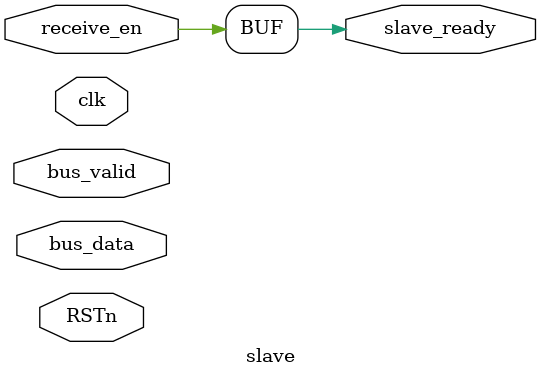
<source format=v>
module slave (
    input   wire    clk,
    input   wire    RSTn,
    input   wire    receive_en,
    input   wire    bus_valid,    
    input   wire[23:0] bus_data,
    output  wire    slave_ready    
);
    assign slave_ready = receive_en;
    reg [23:0]slave_buffer;
    always @(*) begin
        if(slave_ready && bus_valid)begin
            slave_buffer <= bus_data;
        end 
        else begin
            slave_buffer <= slave_buffer;
        end       
    end
    
endmodule //moduleName

</source>
